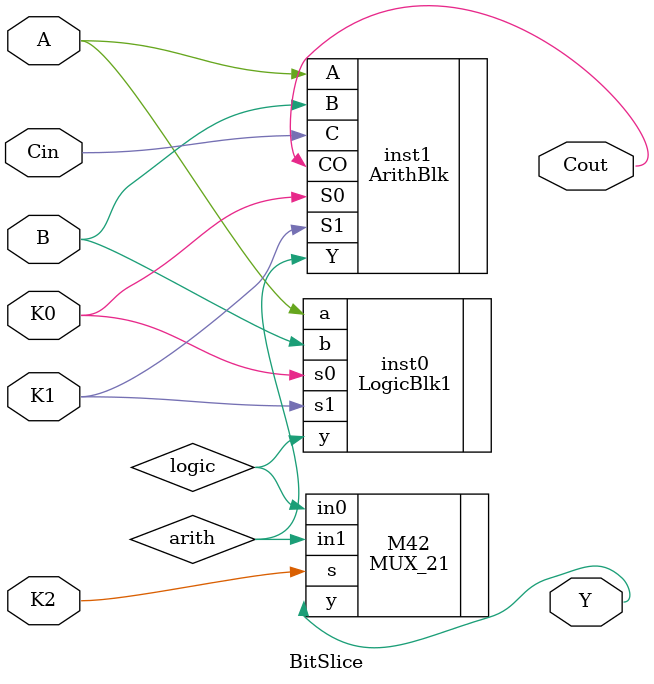
<source format=v>
`timescale 1ns / 1ps

module BitSlice(A, B, Cin, K2, K1, K0, Y, Cout);
input A, B, Cin, K2, K1, K0;
output Y, Cout;

wire logic,arith;

LogicBlk1 inst0 (.a(A), .b(B), .s0(K0), .s1(K1), .y(logic));
ArithBlk inst1 (.S1(K1), .S0(K0), .A(A), .B(B), .C(Cin), .Y(arith), .CO(Cout));
MUX_21 M42 (.in0(logic), .in1(arith), .s(K2), .y(Y));
endmodule

</source>
